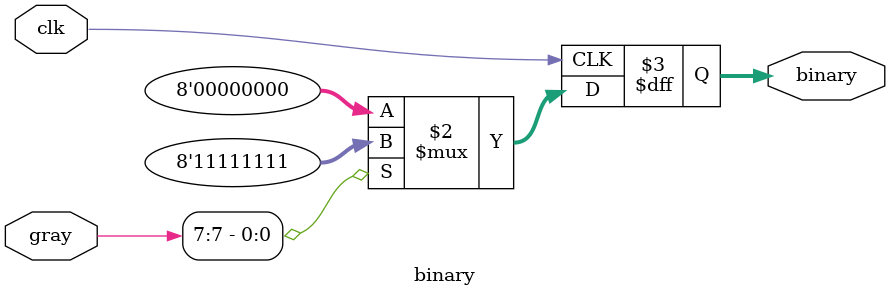
<source format=v>
module binary(
    input               clk,
    input       [7:0]   gray,
    output  reg [7:0]   binary
);
    always @(posedge clk)
        binary <= gray[7] ? 8'hFF : 8'h00;
endmodule

</source>
